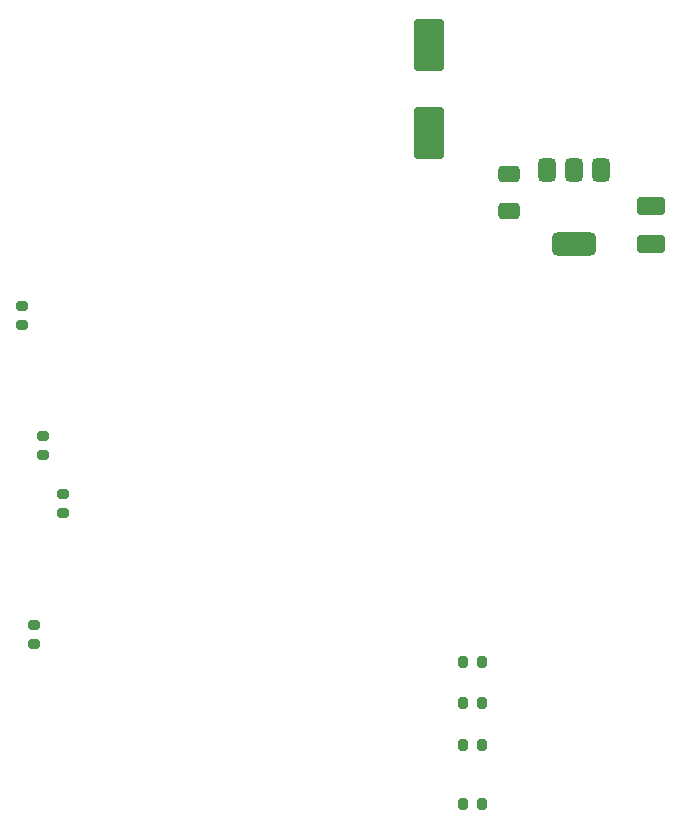
<source format=gtp>
G04 #@! TF.GenerationSoftware,KiCad,Pcbnew,8.0.4*
G04 #@! TF.CreationDate,2024-07-20T21:58:39+05:30*
G04 #@! TF.ProjectId,OTAPS,4f544150-532e-46b6-9963-61645f706362,1*
G04 #@! TF.SameCoordinates,Original*
G04 #@! TF.FileFunction,Paste,Top*
G04 #@! TF.FilePolarity,Positive*
%FSLAX46Y46*%
G04 Gerber Fmt 4.6, Leading zero omitted, Abs format (unit mm)*
G04 Created by KiCad (PCBNEW 8.0.4) date 2024-07-20 21:58:39*
%MOMM*%
%LPD*%
G01*
G04 APERTURE LIST*
G04 Aperture macros list*
%AMRoundRect*
0 Rectangle with rounded corners*
0 $1 Rounding radius*
0 $2 $3 $4 $5 $6 $7 $8 $9 X,Y pos of 4 corners*
0 Add a 4 corners polygon primitive as box body*
4,1,4,$2,$3,$4,$5,$6,$7,$8,$9,$2,$3,0*
0 Add four circle primitives for the rounded corners*
1,1,$1+$1,$2,$3*
1,1,$1+$1,$4,$5*
1,1,$1+$1,$6,$7*
1,1,$1+$1,$8,$9*
0 Add four rect primitives between the rounded corners*
20,1,$1+$1,$2,$3,$4,$5,0*
20,1,$1+$1,$4,$5,$6,$7,0*
20,1,$1+$1,$6,$7,$8,$9,0*
20,1,$1+$1,$8,$9,$2,$3,0*%
G04 Aperture macros list end*
%ADD10RoundRect,0.375000X-0.375000X0.625000X-0.375000X-0.625000X0.375000X-0.625000X0.375000X0.625000X0*%
%ADD11RoundRect,0.500000X-1.400000X0.500000X-1.400000X-0.500000X1.400000X-0.500000X1.400000X0.500000X0*%
%ADD12RoundRect,0.200000X0.275000X-0.200000X0.275000X0.200000X-0.275000X0.200000X-0.275000X-0.200000X0*%
%ADD13RoundRect,0.250001X0.924999X-0.499999X0.924999X0.499999X-0.924999X0.499999X-0.924999X-0.499999X0*%
%ADD14RoundRect,0.200000X-0.200000X-0.275000X0.200000X-0.275000X0.200000X0.275000X-0.200000X0.275000X0*%
%ADD15RoundRect,0.250000X1.000000X-1.950000X1.000000X1.950000X-1.000000X1.950000X-1.000000X-1.950000X0*%
%ADD16RoundRect,0.250000X-0.650000X0.412500X-0.650000X-0.412500X0.650000X-0.412500X0.650000X0.412500X0*%
G04 APERTURE END LIST*
D10*
X172550000Y-70350000D03*
X170250000Y-70350000D03*
D11*
X170250000Y-76650000D03*
D10*
X167950000Y-70350000D03*
D12*
X123500000Y-83500000D03*
X123500000Y-81850000D03*
D13*
X176750000Y-76625000D03*
X176750000Y-73375000D03*
D14*
X160850000Y-119000000D03*
X162500000Y-119000000D03*
D15*
X158000000Y-67200000D03*
X158000000Y-59800000D03*
D14*
X160850000Y-115480000D03*
X162500000Y-115480000D03*
D16*
X164750000Y-70687500D03*
X164750000Y-73812500D03*
D12*
X125300000Y-94500000D03*
X125300000Y-92850000D03*
D14*
X160850000Y-124000000D03*
X162500000Y-124000000D03*
X160850000Y-112000000D03*
X162500000Y-112000000D03*
D12*
X127000000Y-99425000D03*
X127000000Y-97775000D03*
X124500000Y-110500000D03*
X124500000Y-108850000D03*
M02*

</source>
